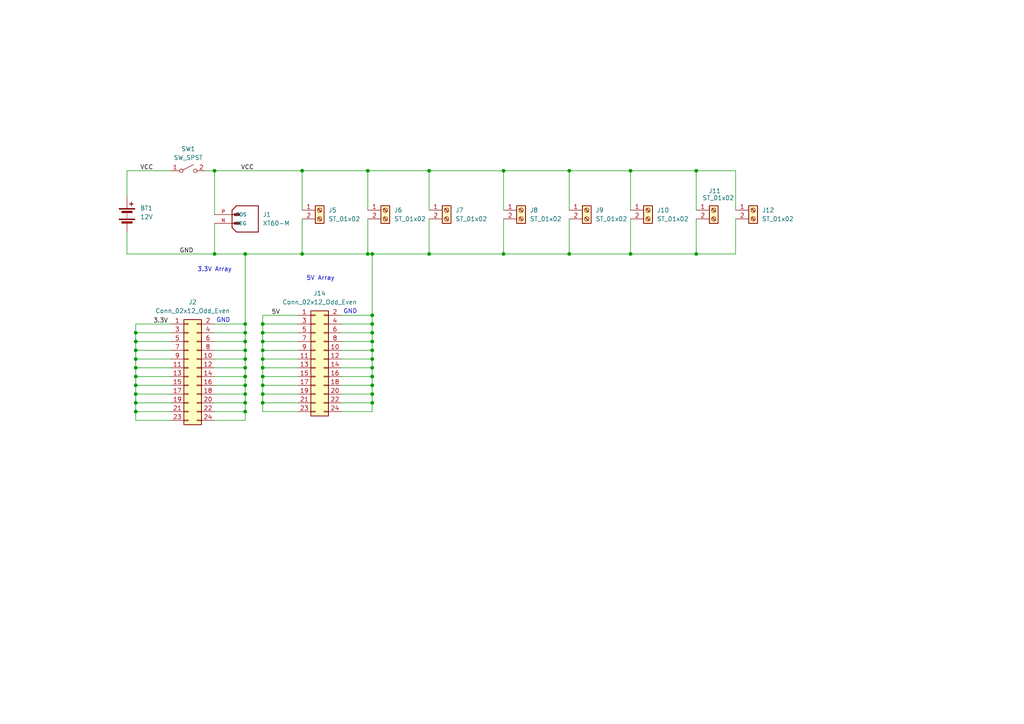
<source format=kicad_sch>
(kicad_sch (version 20231120) (generator "eeschema") (generator_version "8.0")
  (paper "A4")
  (lib_symbols
    (symbol "Connector:Screw_Terminal_01x02" (pin_names (offset 1.016) hide)
      (property "Reference" "J" (at 0 2.54 0))
      (property "Value" "Screw_Terminal_01x02" (at 0 -5.08 0))
      (symbol "Screw_Terminal_01x02_1_1"
        (rectangle (start -1.27 1.27) (end 1.27 -3.81) (stroke (width 0.254)) (fill (type background)))
        (circle (center 0 -2.54) (radius 0.635) (stroke (width 0.1524)))
        (polyline (pts (xy -0.5334 -2.2098) (xy 0.3302 -3.048)) (stroke (width 0.1524)))
        (polyline (pts (xy -0.5334 0.3302) (xy 0.3302 -0.508)) (stroke (width 0.1524)))
        (polyline (pts (xy -0.3556 -2.032) (xy 0.508 -2.8702)) (stroke (width 0.1524)))
        (polyline (pts (xy -0.3556 0.508) (xy 0.508 -0.3302)) (stroke (width 0.1524)))
        (circle (center 0 0) (radius 0.635) (stroke (width 0.1524)))
        (pin passive line (at -5.08 0 0) (length 3.81) (name "Pin_1") (number "1"))
        (pin passive line (at -5.08 -2.54 0) (length 3.81) (name "Pin_2") (number "2"))
      )
    )
    (symbol "Connector_Generic:Conn_02x12_Odd_Even" (pin_names (offset 1.016) hide)
      (property "Reference" "J" (at 1.27 15.24 0))
      (property "Value" "Conn_02x12_Odd_Even" (at 1.27 -17.78 0))
      (symbol "Conn_02x12_Odd_Even_1_1"
        (rectangle (start -1.27 -15.113) (end 0 -15.367) (stroke (width 0.1524)))
        (rectangle (start -1.27 -12.573) (end 0 -12.827) (stroke (width 0.1524)))
        (rectangle (start -1.27 -10.033) (end 0 -10.287) (stroke (width 0.1524)))
        (rectangle (start -1.27 -7.493) (end 0 -7.747) (stroke (width 0.1524)))
        (rectangle (start -1.27 -4.953) (end 0 -5.207) (stroke (width 0.1524)))
        (rectangle (start -1.27 -2.413) (end 0 -2.667) (stroke (width 0.1524)))
        (rectangle (start -1.27 0.127) (end 0 -0.127) (stroke (width 0.1524)))
        (rectangle (start -1.27 2.667) (end 0 2.413) (stroke (width 0.1524)))
        (rectangle (start -1.27 5.207) (end 0 4.953) (stroke (width 0.1524)))
        (rectangle (start -1.27 7.747) (end 0 7.493) (stroke (width 0.1524)))
        (rectangle (start -1.27 10.287) (end 0 10.033) (stroke (width 0.1524)))
        (rectangle (start -1.27 12.827) (end 0 12.573) (stroke (width 0.1524)))
        (rectangle (start -1.27 13.97) (end 3.81 -16.51) (stroke (width 0.254)) (fill (type background)))
        (rectangle (start 3.81 -15.113) (end 2.54 -15.367) (stroke (width 0.1524)))
        (rectangle (start 3.81 -12.573) (end 2.54 -12.827) (stroke (width 0.1524)))
        (rectangle (start 3.81 -10.033) (end 2.54 -10.287) (stroke (width 0.1524)))
        (rectangle (start 3.81 -7.493) (end 2.54 -7.747) (stroke (width 0.1524)))
        (rectangle (start 3.81 -4.953) (end 2.54 -5.207) (stroke (width 0.1524)))
        (rectangle (start 3.81 -2.413) (end 2.54 -2.667) (stroke (width 0.1524)))
        (rectangle (start 3.81 0.127) (end 2.54 -0.127) (stroke (width 0.1524)))
        (rectangle (start 3.81 2.667) (end 2.54 2.413) (stroke (width 0.1524)))
        (rectangle (start 3.81 5.207) (end 2.54 4.953) (stroke (width 0.1524)))
        (rectangle (start 3.81 7.747) (end 2.54 7.493) (stroke (width 0.1524)))
        (rectangle (start 3.81 10.287) (end 2.54 10.033) (stroke (width 0.1524)))
        (rectangle (start 3.81 12.827) (end 2.54 12.573) (stroke (width 0.1524)))
        (pin passive line (at -5.08 12.7 0) (length 3.81) (name "Pin_1") (number "1"))
        (pin passive line (at 7.62 2.54 180) (length 3.81) (name "Pin_10") (number "10"))
        (pin passive line (at -5.08 0 0) (length 3.81) (name "Pin_11") (number "11"))
        (pin passive line (at 7.62 0 180) (length 3.81) (name "Pin_12") (number "12"))
        (pin passive line (at -5.08 -2.54 0) (length 3.81) (name "Pin_13") (number "13"))
        (pin passive line (at 7.62 -2.54 180) (length 3.81) (name "Pin_14") (number "14"))
        (pin passive line (at -5.08 -5.08 0) (length 3.81) (name "Pin_15") (number "15"))
        (pin passive line (at 7.62 -5.08 180) (length 3.81) (name "Pin_16") (number "16"))
        (pin passive line (at -5.08 -7.62 0) (length 3.81) (name "Pin_17") (number "17"))
        (pin passive line (at 7.62 -7.62 180) (length 3.81) (name "Pin_18") (number "18"))
        (pin passive line (at -5.08 -10.16 0) (length 3.81) (name "Pin_19") (number "19"))
        (pin passive line (at 7.62 12.7 180) (length 3.81) (name "Pin_2") (number "2"))
        (pin passive line (at 7.62 -10.16 180) (length 3.81) (name "Pin_20") (number "20"))
        (pin passive line (at -5.08 -12.7 0) (length 3.81) (name "Pin_21") (number "21"))
        (pin passive line (at 7.62 -12.7 180) (length 3.81) (name "Pin_22") (number "22"))
        (pin passive line (at -5.08 -15.24 0) (length 3.81) (name "Pin_23") (number "23"))
        (pin passive line (at 7.62 -15.24 180) (length 3.81) (name "Pin_24") (number "24"))
        (pin passive line (at -5.08 10.16 0) (length 3.81) (name "Pin_3") (number "3"))
        (pin passive line (at 7.62 10.16 180) (length 3.81) (name "Pin_4") (number "4"))
        (pin passive line (at -5.08 7.62 0) (length 3.81) (name "Pin_5") (number "5"))
        (pin passive line (at 7.62 7.62 180) (length 3.81) (name "Pin_6") (number "6"))
        (pin passive line (at -5.08 5.08 0) (length 3.81) (name "Pin_7") (number "7"))
        (pin passive line (at 7.62 5.08 180) (length 3.81) (name "Pin_8") (number "8"))
        (pin passive line (at -5.08 2.54 0) (length 3.81) (name "Pin_9") (number "9"))
      )
    )
    (symbol "Device:Battery" (pin_numbers hide) (pin_names (offset 0) hide)
      (property "Reference" "BT" (at 2.54 2.54 0))
      (property "Value" "Battery" (at 2.54 0 0))
      (symbol "Battery_0_1"
        (rectangle (start -2.286 -1.27) (end 2.286 -1.524) (fill (type outline)))
        (rectangle (start -2.286 1.778) (end 2.286 1.524) (fill (type outline)))
        (rectangle (start -1.524 -2.032) (end 1.524 -2.54) (fill (type outline)))
        (rectangle (start -1.524 1.016) (end 1.524 0.508) (fill (type outline)))
        (polyline (pts (xy 0 -1.016) (xy 0 -0.762)))
        (polyline (pts (xy 0 -0.508) (xy 0 -0.254)))
        (polyline (pts (xy 0 0) (xy 0 0.254)))
        (polyline (pts (xy 0 1.778) (xy 0 2.54)))
        (polyline (pts (xy 0.762 3.048) (xy 1.778 3.048)) (stroke (width 0.254)))
        (polyline (pts (xy 1.27 3.556) (xy 1.27 2.54)) (stroke (width 0.254)))
      )
      (symbol "Battery_1_1"
        (pin passive line (at 0 5.08 270) (length 2.54) (name "+") (number "1"))
        (pin passive line (at 0 -5.08 90) (length 2.54) (name "-") (number "2"))
      )
    )
    (symbol "Switch:SW_SPST" (pin_names (offset 0) hide)
      (property "Reference" "SW" (at 0 3.175 0))
      (property "Value" "SW_SPST" (at 0 -2.54 0))
      (symbol "SW_SPST_0_0"
        (circle (center -2.032 0) (radius 0.508))
        (polyline (pts (xy -1.524 0.254) (xy 1.524 1.778)))
        (circle (center 2.032 0) (radius 0.508))
      )
      (symbol "SW_SPST_1_1"
        (pin passive line (at -5.08 0 0) (length 2.54) (name "A") (number "1"))
        (pin passive line (at 5.08 0 180) (length 2.54) (name "B") (number "2"))
      )
    )
    (symbol "XT60-M:XT60-M" (pin_names (offset 1.016))
      (property "Reference" "J" (at 0 6.35 0))
      (property "Value" "XT60-M" (at 0 -5.08 0))
      (symbol "XT60-M_0_0"
        (polyline (pts (xy 0 -1.27) (xy 1.27 -2.54)) (stroke (width 0.254)))
        (polyline (pts (xy 0 0) (xy 1.905 0)) (stroke (width 0.254)))
        (polyline (pts (xy 0 2.54) (xy 0 -1.27)) (stroke (width 0.254)))
        (polyline (pts (xy 0 2.54) (xy 1.905 2.54)) (stroke (width 0.254)))
        (polyline (pts (xy 0 3.81) (xy 0 2.54)) (stroke (width 0.254)))
        (polyline (pts (xy 0 3.81) (xy 1.27 5.08)) (stroke (width 0.254)))
        (polyline (pts (xy 1.27 -2.54) (xy 7.62 -2.54)) (stroke (width 0.254)))
        (polyline (pts (xy 7.62 -2.54) (xy 7.62 5.08)) (stroke (width 0.254)))
        (polyline (pts (xy 7.62 5.08) (xy 1.27 5.08)) (stroke (width 0.254)))
        (rectangle (start 0.635 -0.3175) (end 2.2225 0.3175) (stroke (width 0.1)) (fill (type outline)))
        (rectangle (start 0.635 2.2225) (end 2.2225 2.8575) (stroke (width 0.1)) (fill (type outline)))
        (pin passive line (at -5.08 0 0) (length 5.08) (name "NEG") (number "N"))
        (pin passive line (at -5.08 2.54 0) (length 5.08) (name "POS") (number "P"))
      )
    )
  )
  (junction (at 87.63 73.66))
  (junction (at 76.2 96.52))
  (junction (at 107.95 114.3))
  (junction (at 71.12 119.38))
  (junction (at 39.37 99.06))
  (junction (at 107.95 101.6))
  (junction (at 124.46 49.53))
  (junction (at 71.12 101.6))
  (junction (at 76.2 93.98))
  (junction (at 124.46 73.66))
  (junction (at 201.93 73.66))
  (junction (at 71.12 99.06))
  (junction (at 39.37 106.68))
  (junction (at 71.12 96.52))
  (junction (at 62.23 49.53))
  (junction (at 71.12 73.66))
  (junction (at 62.23 73.66))
  (junction (at 107.95 93.98))
  (junction (at 76.2 99.06))
  (junction (at 71.12 106.68))
  (junction (at 87.63 49.53))
  (junction (at 182.88 49.53))
  (junction (at 107.95 96.52))
  (junction (at 39.37 116.84))
  (junction (at 71.12 111.76))
  (junction (at 182.88 73.66))
  (junction (at 146.05 49.53))
  (junction (at 76.2 111.76))
  (junction (at 39.37 109.22))
  (junction (at 146.05 73.66))
  (junction (at 71.12 93.98))
  (junction (at 76.2 114.3))
  (junction (at 39.37 96.52))
  (junction (at 76.2 104.14))
  (junction (at 107.95 111.76))
  (junction (at 76.2 116.84))
  (junction (at 106.68 73.66))
  (junction (at 165.1 49.53))
  (junction (at 39.37 114.3))
  (junction (at 71.12 114.3))
  (junction (at 76.2 106.68))
  (junction (at 107.95 116.84))
  (junction (at 201.93 49.53))
  (junction (at 165.1 73.66))
  (junction (at 107.95 73.66))
  (junction (at 107.95 104.14))
  (junction (at 71.12 116.84))
  (junction (at 107.95 109.22))
  (junction (at 71.12 104.14))
  (junction (at 107.95 99.06))
  (junction (at 107.95 106.68))
  (junction (at 39.37 104.14))
  (junction (at 106.68 49.53))
  (junction (at 76.2 101.6))
  (junction (at 71.12 109.22))
  (junction (at 39.37 111.76))
  (junction (at 107.95 91.44))
  (junction (at 39.37 101.6))
  (junction (at 76.2 109.22))
  (junction (at 39.37 119.38))
  (wire (pts (xy 99.06 93.98) (xy 107.95 93.98)))
  (wire (pts (xy 71.12 111.76) (xy 71.12 114.3)))
  (wire (pts (xy 106.68 49.53) (xy 106.68 60.96)))
  (wire (pts (xy 62.23 99.06) (xy 71.12 99.06)))
  (wire (pts (xy 201.93 73.66) (xy 182.88 73.66)))
  (wire (pts (xy 62.23 109.22) (xy 71.12 109.22)))
  (wire (pts (xy 71.12 93.98) (xy 71.12 96.52)))
  (wire (pts (xy 165.1 49.53) (xy 165.1 60.96)))
  (wire (pts (xy 76.2 93.98) (xy 86.36 93.98)))
  (wire (pts (xy 124.46 49.53) (xy 146.05 49.53)))
  (wire (pts (xy 71.12 119.38) (xy 71.12 121.92)))
  (wire (pts (xy 36.83 49.53) (xy 49.53 49.53)))
  (wire (pts (xy 99.06 99.06) (xy 107.95 99.06)))
  (wire (pts (xy 87.63 49.53) (xy 62.23 49.53)))
  (wire (pts (xy 62.23 93.98) (xy 71.12 93.98)))
  (wire (pts (xy 62.23 119.38) (xy 71.12 119.38)))
  (wire (pts (xy 99.06 109.22) (xy 107.95 109.22)))
  (wire (pts (xy 99.06 104.14) (xy 107.95 104.14)))
  (wire (pts (xy 76.2 99.06) (xy 76.2 101.6)))
  (wire (pts (xy 76.2 119.38) (xy 86.36 119.38)))
  (wire (pts (xy 107.95 73.66) (xy 124.46 73.66)))
  (wire (pts (xy 201.93 63.5) (xy 201.93 73.66)))
  (wire (pts (xy 62.23 96.52) (xy 71.12 96.52)))
  (wire (pts (xy 107.95 104.14) (xy 107.95 106.68)))
  (wire (pts (xy 71.12 121.92) (xy 62.23 121.92)))
  (wire (pts (xy 107.95 101.6) (xy 107.95 104.14)))
  (wire (pts (xy 39.37 101.6) (xy 39.37 104.14)))
  (wire (pts (xy 71.12 114.3) (xy 71.12 116.84)))
  (wire (pts (xy 39.37 114.3) (xy 39.37 116.84)))
  (wire (pts (xy 39.37 111.76) (xy 49.53 111.76)))
  (wire (pts (xy 107.95 106.68) (xy 107.95 109.22)))
  (wire (pts (xy 213.36 63.5) (xy 213.36 73.66)))
  (wire (pts (xy 87.63 49.53) (xy 87.63 60.96)))
  (wire (pts (xy 146.05 73.66) (xy 165.1 73.66)))
  (wire (pts (xy 39.37 114.3) (xy 49.53 114.3)))
  (wire (pts (xy 76.2 109.22) (xy 86.36 109.22)))
  (wire (pts (xy 76.2 91.44) (xy 76.2 93.98)))
  (wire (pts (xy 76.2 104.14) (xy 86.36 104.14)))
  (wire (pts (xy 107.95 91.44) (xy 107.95 73.66)))
  (wire (pts (xy 107.95 93.98) (xy 107.95 96.52)))
  (wire (pts (xy 76.2 114.3) (xy 86.36 114.3)))
  (wire (pts (xy 182.88 63.5) (xy 182.88 73.66)))
  (wire (pts (xy 39.37 119.38) (xy 49.53 119.38)))
  (wire (pts (xy 106.68 63.5) (xy 106.68 73.66)))
  (wire (pts (xy 107.95 109.22) (xy 107.95 111.76)))
  (wire (pts (xy 71.12 73.66) (xy 62.23 73.66)))
  (wire (pts (xy 182.88 73.66) (xy 165.1 73.66)))
  (wire (pts (xy 146.05 49.53) (xy 146.05 60.96)))
  (wire (pts (xy 39.37 104.14) (xy 39.37 106.68)))
  (wire (pts (xy 76.2 99.06) (xy 86.36 99.06)))
  (wire (pts (xy 107.95 114.3) (xy 107.95 116.84)))
  (wire (pts (xy 99.06 91.44) (xy 107.95 91.44)))
  (wire (pts (xy 36.83 57.15) (xy 36.83 49.53)))
  (wire (pts (xy 39.37 121.92) (xy 49.53 121.92)))
  (wire (pts (xy 39.37 111.76) (xy 39.37 114.3)))
  (wire (pts (xy 71.12 109.22) (xy 71.12 111.76)))
  (wire (pts (xy 146.05 49.53) (xy 165.1 49.53)))
  (wire (pts (xy 76.2 101.6) (xy 86.36 101.6)))
  (wire (pts (xy 107.95 116.84) (xy 107.95 119.38)))
  (wire (pts (xy 106.68 73.66) (xy 107.95 73.66)))
  (wire (pts (xy 213.36 60.96) (xy 213.36 49.53)))
  (wire (pts (xy 71.12 116.84) (xy 71.12 119.38)))
  (wire (pts (xy 107.95 111.76) (xy 107.95 114.3)))
  (wire (pts (xy 62.23 114.3) (xy 71.12 114.3)))
  (wire (pts (xy 124.46 49.53) (xy 124.46 60.96)))
  (wire (pts (xy 76.2 96.52) (xy 86.36 96.52)))
  (wire (pts (xy 76.2 101.6) (xy 76.2 104.14)))
  (wire (pts (xy 76.2 116.84) (xy 86.36 116.84)))
  (wire (pts (xy 39.37 119.38) (xy 39.37 121.92)))
  (wire (pts (xy 99.06 96.52) (xy 107.95 96.52)))
  (wire (pts (xy 62.23 116.84) (xy 71.12 116.84)))
  (wire (pts (xy 213.36 73.66) (xy 201.93 73.66)))
  (wire (pts (xy 99.06 116.84) (xy 107.95 116.84)))
  (wire (pts (xy 39.37 106.68) (xy 39.37 109.22)))
  (wire (pts (xy 99.06 114.3) (xy 107.95 114.3)))
  (wire (pts (xy 87.63 73.66) (xy 106.68 73.66)))
  (wire (pts (xy 99.06 101.6) (xy 107.95 101.6)))
  (wire (pts (xy 39.37 93.98) (xy 39.37 96.52)))
  (wire (pts (xy 182.88 49.53) (xy 165.1 49.53)))
  (wire (pts (xy 62.23 73.66) (xy 36.83 73.66)))
  (wire (pts (xy 39.37 96.52) (xy 49.53 96.52)))
  (wire (pts (xy 39.37 116.84) (xy 39.37 119.38)))
  (wire (pts (xy 87.63 49.53) (xy 106.68 49.53)))
  (wire (pts (xy 62.23 64.77) (xy 62.23 73.66)))
  (wire (pts (xy 76.2 111.76) (xy 76.2 114.3)))
  (wire (pts (xy 39.37 109.22) (xy 49.53 109.22)))
  (wire (pts (xy 62.23 111.76) (xy 71.12 111.76)))
  (wire (pts (xy 62.23 49.53) (xy 62.23 62.23)))
  (wire (pts (xy 39.37 109.22) (xy 39.37 111.76)))
  (wire (pts (xy 76.2 96.52) (xy 76.2 99.06)))
  (wire (pts (xy 62.23 106.68) (xy 71.12 106.68)))
  (wire (pts (xy 71.12 73.66) (xy 71.12 93.98)))
  (wire (pts (xy 71.12 101.6) (xy 71.12 104.14)))
  (wire (pts (xy 146.05 63.5) (xy 146.05 73.66)))
  (wire (pts (xy 62.23 104.14) (xy 71.12 104.14)))
  (wire (pts (xy 49.53 93.98) (xy 39.37 93.98)))
  (wire (pts (xy 76.2 106.68) (xy 76.2 109.22)))
  (wire (pts (xy 86.36 91.44) (xy 76.2 91.44)))
  (wire (pts (xy 71.12 99.06) (xy 71.12 101.6)))
  (wire (pts (xy 124.46 63.5) (xy 124.46 73.66)))
  (wire (pts (xy 201.93 49.53) (xy 201.93 60.96)))
  (wire (pts (xy 76.2 114.3) (xy 76.2 116.84)))
  (wire (pts (xy 39.37 116.84) (xy 49.53 116.84)))
  (wire (pts (xy 76.2 109.22) (xy 76.2 111.76)))
  (wire (pts (xy 107.95 99.06) (xy 107.95 101.6)))
  (wire (pts (xy 39.37 106.68) (xy 49.53 106.68)))
  (wire (pts (xy 71.12 96.52) (xy 71.12 99.06)))
  (wire (pts (xy 107.95 91.44) (xy 107.95 93.98)))
  (wire (pts (xy 39.37 99.06) (xy 49.53 99.06)))
  (wire (pts (xy 76.2 93.98) (xy 76.2 96.52)))
  (wire (pts (xy 87.63 63.5) (xy 87.63 73.66)))
  (wire (pts (xy 182.88 60.96) (xy 182.88 49.53)))
  (wire (pts (xy 76.2 116.84) (xy 76.2 119.38)))
  (wire (pts (xy 59.69 49.53) (xy 62.23 49.53)))
  (wire (pts (xy 39.37 101.6) (xy 49.53 101.6)))
  (wire (pts (xy 71.12 106.68) (xy 71.12 109.22)))
  (wire (pts (xy 71.12 104.14) (xy 71.12 106.68)))
  (wire (pts (xy 76.2 111.76) (xy 86.36 111.76)))
  (wire (pts (xy 165.1 63.5) (xy 165.1 73.66)))
  (wire (pts (xy 76.2 104.14) (xy 76.2 106.68)))
  (wire (pts (xy 39.37 96.52) (xy 39.37 99.06)))
  (wire (pts (xy 107.95 119.38) (xy 99.06 119.38)))
  (wire (pts (xy 201.93 49.53) (xy 182.88 49.53)))
  (wire (pts (xy 213.36 49.53) (xy 201.93 49.53)))
  (wire (pts (xy 124.46 73.66) (xy 146.05 73.66)))
  (wire (pts (xy 36.83 67.31) (xy 36.83 73.66)))
  (wire (pts (xy 99.06 111.76) (xy 107.95 111.76)))
  (wire (pts (xy 106.68 49.53) (xy 124.46 49.53)))
  (wire (pts (xy 87.63 73.66) (xy 71.12 73.66)))
  (wire (pts (xy 76.2 106.68) (xy 86.36 106.68)))
  (wire (pts (xy 107.95 96.52) (xy 107.95 99.06)))
  (wire (pts (xy 62.23 101.6) (xy 71.12 101.6)))
  (wire (pts (xy 39.37 104.14) (xy 49.53 104.14)))
  (wire (pts (xy 99.06 106.68) (xy 107.95 106.68)))
  (wire (pts (xy 39.37 99.06) (xy 39.37 101.6)))
  (text "3.3V Array" (at 62.23 78.232 0) (effects (font (size 1.27 1.27))))
  (text "5V Array" (at 92.964 80.772 0) (effects (font (size 1.27 1.27))))
  (text "GND" (at 64.77 92.964 0) (effects (font (size 1.27 1.27))))
  (text "GND" (at 101.6 90.424 0) (effects (font (size 1.27 1.27))))
  (label "GND" (at 52.07 73.66 0))
  (label "5V" (at 78.74 91.44 0))
  (label "3.3V" (at 44.45 93.98 0))
  (label "VCC" (at 40.64 49.53 0))
  (label "VCC" (at 69.85 49.53 0))
  (symbol (lib_id "Connector:Screw_Terminal_01x02") (at 218.44 60.96 0) (unit 1)
    (property "Reference" "J12" (at 220.98 60.9599 0) (effects (justify left)))
    (property "Value" "ST_01x02" (at 220.98 63.4999 0) (effects (justify left)))
    (property "Footprint" "Connector_AMASS:AMASS_XT60-F_1x02_P7.20mm_Vertical" (effects (hide yes)))
    (property "Description" "Generic screw terminal, single row, 01x02, script generated (kicad-library-utils/schlib/autogen/connector/)" (effects (hide yes)))
  )
  (symbol (lib_id "Connector:Screw_Terminal_01x02") (at 151.13 60.96 0) (unit 1)
    (property "Reference" "J8" (at 153.67 60.9599 0) (effects (justify left)))
    (property "Value" "ST_01x02" (at 153.67 63.4999 0) (effects (justify left)))
    (property "Footprint" "Connector_AMASS:AMASS_XT60-F_1x02_P7.20mm_Vertical" (effects (hide yes)))
    (property "Description" "Generic screw terminal, single row, 01x02, script generated (kicad-library-utils/schlib/autogen/connector/)" (effects (hide yes)))
  )
  (symbol (lib_id "Connector_Generic:Conn_02x12_Odd_Even") (at 91.44 104.14 0) (unit 1)
    (property "Reference" "J14" (at 92.71 85.09 0))
    (property "Value" "Conn_02x12_Odd_Even" (at 92.71 87.63 0))
    (property "Footprint" "Connector_PinHeader_1.27mm:PinHeader_2x12_P1.27mm_Vertical" (effects (hide yes)))
    (property "Description" "Generic connector, double row, 02x12, odd/even pin numbering scheme (row 1 odd numbers, row 2 even numbers), script generated (kicad-library-utils/schlib/autogen/connector/)" (effects (hide yes)))
  )
  (symbol (lib_id "Connector:Screw_Terminal_01x02") (at 187.96 60.96 0) (unit 1)
    (property "Reference" "J10" (at 190.5 60.9599 0) (effects (justify left)))
    (property "Value" "ST_01x02" (at 190.5 63.4999 0) (effects (justify left)))
    (property "Footprint" "Connector_AMASS:AMASS_XT60-F_1x02_P7.20mm_Vertical" (effects (hide yes)))
    (property "Description" "Generic screw terminal, single row, 01x02, script generated (kicad-library-utils/schlib/autogen/connector/)" (effects (hide yes)))
  )
  (symbol (lib_id "Connector_Generic:Conn_02x12_Odd_Even") (at 54.61 106.68 0) (unit 1)
    (property "Reference" "J2" (at 55.88 87.63 0))
    (property "Value" "Conn_02x12_Odd_Even" (at 55.88 90.17 0))
    (property "Footprint" "Connector_PinHeader_1.27mm:PinHeader_2x12_P1.27mm_Vertical" (effects (hide yes)))
    (property "Description" "Generic connector, double row, 02x12, odd/even pin numbering scheme (row 1 odd numbers, row 2 even numbers), script generated (kicad-library-utils/schlib/autogen/connector/)" (effects (hide yes)))
  )
  (symbol (lib_id "Switch:SW_SPST") (at 54.61 49.53 0) (unit 1)
    (property "Reference" "SW1" (at 54.61 43.18 0))
    (property "Value" "SW_SPST" (at 54.61 45.72 0))
    (property "Footprint" "Button_Switch_THT:SW_DIP_SPSTx01_Slide_6.7x4.1mm_W7.62mm_P2.54mm_LowProfile" (effects (hide yes)))
    (property "Description" "Single Pole Single Throw (SPST) switch" (effects (hide yes)))
  )
  (symbol (lib_id "Connector:Screw_Terminal_01x02") (at 207.01 60.96 0) (unit 1)
    (property "Reference" "J11" (at 205.486 55.372 0) (effects (justify left)))
    (property "Value" "ST_01x02" (at 203.708 57.404 0) (effects (justify left)))
    (property "Footprint" "Connector_AMASS:AMASS_XT60-F_1x02_P7.20mm_Vertical" (effects (hide yes)))
    (property "Description" "Generic screw terminal, single row, 01x02, script generated (kicad-library-utils/schlib/autogen/connector/)" (effects (hide yes)))
  )
  (symbol (lib_id "Device:Battery") (at 36.83 62.23 0) (unit 1)
    (property "Reference" "BT1" (at 40.64 60.3884 0) (effects (justify left)))
    (property "Value" "12V" (at 40.64 62.9284 0) (effects (justify left)))
    (property "Footprint" "Battery:BatteryHolder_Bulgin_BX0036_1xC" (effects (hide yes)))
    (property "Description" "Multiple-cell battery" (effects (hide yes)))
  )
  (symbol (lib_id "Connector:Screw_Terminal_01x02") (at 129.54 60.96 0) (unit 1)
    (property "Reference" "J7" (at 132.08 60.9599 0) (effects (justify left)))
    (property "Value" "ST_01x02" (at 132.08 63.4999 0) (effects (justify left)))
    (property "Footprint" "Connector_AMASS:AMASS_XT60-F_1x02_P7.20mm_Vertical" (effects (hide yes)))
    (property "Description" "Generic screw terminal, single row, 01x02, script generated (kicad-library-utils/schlib/autogen/connector/)" (effects (hide yes)))
  )
  (symbol (lib_id "Connector:Screw_Terminal_01x02") (at 111.76 60.96 0) (unit 1)
    (property "Reference" "J6" (at 114.3 60.9599 0) (effects (justify left)))
    (property "Value" "ST_01x02" (at 114.3 63.4999 0) (effects (justify left)))
    (property "Footprint" "Connector_AMASS:AMASS_XT60-F_1x02_P7.20mm_Vertical" (effects (hide yes)))
    (property "Description" "Generic screw terminal, single row, 01x02, script generated (kicad-library-utils/schlib/autogen/connector/)" (effects (hide yes)))
  )
  (symbol (lib_id "Connector:Screw_Terminal_01x02") (at 170.18 60.96 0) (unit 1)
    (property "Reference" "J9" (at 172.72 60.9599 0) (effects (justify left)))
    (property "Value" "ST_01x02" (at 172.72 63.4999 0) (effects (justify left)))
    (property "Footprint" "Connector_AMASS:AMASS_XT60-F_1x02_P7.20mm_Vertical" (effects (hide yes)))
    (property "Description" "Generic screw terminal, single row, 01x02, script generated (kicad-library-utils/schlib/autogen/connector/)" (effects (hide yes)))
  )
  (symbol (lib_id "Connector:Screw_Terminal_01x02") (at 92.71 60.96 0) (unit 1)
    (property "Reference" "J5" (at 95.25 60.9599 0) (effects (justify left)))
    (property "Value" "ST_01x02" (at 95.25 63.4999 0) (effects (justify left)))
    (property "Footprint" "Connector_AMASS:AMASS_XT60-M_1x02_P7.20mm_Vertical" (effects (hide yes)))
    (property "Description" "Generic screw terminal, single row, 01x02, script generated (kicad-library-utils/schlib/autogen/connector/)" (effects (hide yes)))
  )
  (symbol (lib_id "XT60-M:XT60-M") (at 67.31 64.77 0) (unit 1)
    (property "Reference" "J1" (at 76.2 62.2299 0) (effects (justify left)))
    (property "Value" "XT60-M" (at 76.2 64.7699 0) (effects (justify left)))
    (property "Footprint" "Connector_AMASS:AMASS_XT60-M_1x02_P7.20mm_Vertical" (effects (hide yes)))
    (property "MF" "AMASS" (effects (hide yes)))
    (property "MAXIMUM_PACKAGE_HEIGHT" "16.00 mm" (effects (hide yes)))
    (property "Package" "Package" (effects (hide yes)))
    (property "Price" "None" (effects (hide yes)))
    (property "Check_prices" "https://www.snapeda.com/parts/XT60-M/AMASS/view-part/?ref=eda" (effects (hide yes)))
    (property "STANDARD" "IPC 7351B" (effects (hide yes)))
    (property "PARTREV" "V1.2" (effects (hide yes)))
    (property "SnapEDA_Link" "https://www.snapeda.com/parts/XT60-M/AMASS/view-part/?ref=snap" (effects (hide yes)))
    (property "MP" "XT60-M" (effects (hide yes)))
    (property "Description_1" "\n                        \n                            Plug; DC supply; XT60; male; PIN: 2; for cable; soldered; 30A; 500V\n                        \n" (effects (hide yes)))
    (property "Availability" "Not in stock" (effects (hide yes)))
    (property "MANUFACTURER" "AMASS" (effects (hide yes)))
  )
)
</source>
